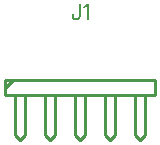
<source format=gbr>
G04 DipTrace 2.3.1.0*
%INTopSilk.gbr*%
%MOIN*%
%ADD10C,0.0098*%
%ADD21C,0.0077*%
%FSLAX44Y44*%
G04*
G70*
G90*
G75*
G01*
%LNTopSilk*%
%LPD*%
X11308Y11940D2*
D10*
Y12441D1*
Y11940D2*
X16308D1*
Y12441D1*
X11308Y12191D2*
X11558Y12441D1*
X11643Y10608D2*
Y11940D1*
Y10608D2*
X11808Y10441D1*
X11973Y10608D1*
Y11940D1*
X12643Y10608D2*
Y11940D1*
Y10608D2*
X12808Y10441D1*
X12973Y10608D1*
Y11940D1*
X13643Y10608D2*
Y11940D1*
Y10608D2*
X13808Y10441D1*
X13973Y10608D1*
Y11940D1*
X14643Y10608D2*
Y11940D1*
Y10608D2*
X14808Y10441D1*
X14973Y10608D1*
Y11940D1*
X15643Y10608D2*
Y11940D1*
Y10608D2*
X15808Y10441D1*
X15973Y10608D1*
Y11940D1*
X11308Y12441D2*
X16308D1*
X13790Y14969D2*
D21*
Y14586D1*
X13767Y14515D1*
X13742Y14491D1*
X13695Y14466D1*
X13647D1*
X13599Y14491D1*
X13575Y14515D1*
X13551Y14586D1*
Y14634D1*
X13945Y14873D2*
X13993Y14897D1*
X14065Y14968D1*
Y14466D1*
M02*

</source>
